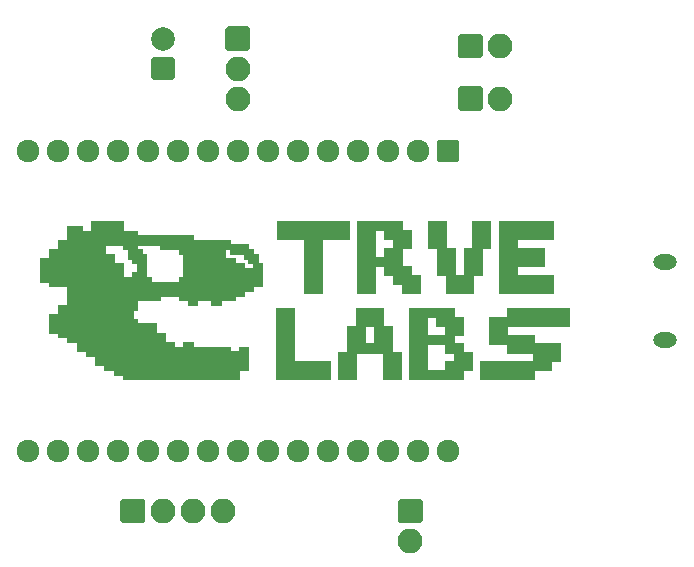
<source format=gbr>
%TF.GenerationSoftware,KiCad,Pcbnew,5.1.10*%
%TF.CreationDate,2021-10-27T21:34:53+02:00*%
%TF.ProjectId,JeanCloud_pcb_regular,4a65616e-436c-46f7-9564-5f7063625f72,rev?*%
%TF.SameCoordinates,Original*%
%TF.FileFunction,Soldermask,Bot*%
%TF.FilePolarity,Negative*%
%FSLAX46Y46*%
G04 Gerber Fmt 4.6, Leading zero omitted, Abs format (unit mm)*
G04 Created by KiCad (PCBNEW 5.1.10) date 2021-10-27 21:34:53*
%MOMM*%
%LPD*%
G01*
G04 APERTURE LIST*
%ADD10C,0.010000*%
%ADD11O,2.000000X1.300000*%
%ADD12O,2.100000X2.100000*%
%ADD13C,1.924000*%
%ADD14C,2.000000*%
G04 APERTURE END LIST*
D10*
%TO.C,G\u002A\u002A\u002A*%
G36*
X91418834Y-46206834D02*
G01*
X88413167Y-46206834D01*
X88413167Y-46926500D01*
X90656834Y-46926500D01*
X90656834Y-48450500D01*
X88413167Y-48450500D01*
X88413167Y-49191334D01*
X91418834Y-49191334D01*
X91418834Y-50715334D01*
X86889167Y-50715334D01*
X86889167Y-44682834D01*
X91418834Y-44682834D01*
X91418834Y-46206834D01*
G37*
X91418834Y-46206834D02*
X88413167Y-46206834D01*
X88413167Y-46926500D01*
X90656834Y-46926500D01*
X90656834Y-48450500D01*
X88413167Y-48450500D01*
X88413167Y-49191334D01*
X91418834Y-49191334D01*
X91418834Y-50715334D01*
X86889167Y-50715334D01*
X86889167Y-44682834D01*
X91418834Y-44682834D01*
X91418834Y-46206834D01*
G36*
X82401834Y-46926500D02*
G01*
X83142667Y-46926500D01*
X83142667Y-49191334D01*
X83883500Y-49191334D01*
X83883500Y-46926500D01*
X84624334Y-46926500D01*
X84624334Y-44682834D01*
X86148334Y-44682834D01*
X86148334Y-46947667D01*
X85407500Y-46947667D01*
X85407500Y-49212500D01*
X84645500Y-49212500D01*
X84645500Y-50715334D01*
X82380667Y-50715334D01*
X82380667Y-49212500D01*
X81618667Y-49212500D01*
X81618667Y-46947667D01*
X80877834Y-46947667D01*
X80877834Y-44682834D01*
X82401834Y-44682834D01*
X82401834Y-46926500D01*
G37*
X82401834Y-46926500D02*
X83142667Y-46926500D01*
X83142667Y-49191334D01*
X83883500Y-49191334D01*
X83883500Y-46926500D01*
X84624334Y-46926500D01*
X84624334Y-44682834D01*
X86148334Y-44682834D01*
X86148334Y-46947667D01*
X85407500Y-46947667D01*
X85407500Y-49212500D01*
X84645500Y-49212500D01*
X84645500Y-50715334D01*
X82380667Y-50715334D01*
X82380667Y-49212500D01*
X81618667Y-49212500D01*
X81618667Y-46947667D01*
X80877834Y-46947667D01*
X80877834Y-44682834D01*
X82401834Y-44682834D01*
X82401834Y-46926500D01*
G36*
X78655334Y-45423667D02*
G01*
X79396167Y-45423667D01*
X79396167Y-46947667D01*
X78655334Y-46947667D01*
X78655334Y-48429334D01*
X79396167Y-48429334D01*
X79396167Y-49191334D01*
X80158167Y-49191334D01*
X80158167Y-50715334D01*
X78634167Y-50715334D01*
X78634167Y-49953334D01*
X77872167Y-49953334D01*
X77872167Y-49212500D01*
X77131334Y-49212500D01*
X77131334Y-48450500D01*
X76390500Y-48450500D01*
X76390500Y-50715334D01*
X74866500Y-50715334D01*
X74866500Y-45444834D01*
X76390500Y-45444834D01*
X76390500Y-47688500D01*
X77131334Y-47688500D01*
X77131334Y-46926500D01*
X77872167Y-46926500D01*
X77872167Y-46206834D01*
X77131334Y-46206834D01*
X77131334Y-45444834D01*
X76390500Y-45444834D01*
X74866500Y-45444834D01*
X74866500Y-44682834D01*
X78655334Y-44682834D01*
X78655334Y-45423667D01*
G37*
X78655334Y-45423667D02*
X79396167Y-45423667D01*
X79396167Y-46947667D01*
X78655334Y-46947667D01*
X78655334Y-48429334D01*
X79396167Y-48429334D01*
X79396167Y-49191334D01*
X80158167Y-49191334D01*
X80158167Y-50715334D01*
X78634167Y-50715334D01*
X78634167Y-49953334D01*
X77872167Y-49953334D01*
X77872167Y-49212500D01*
X77131334Y-49212500D01*
X77131334Y-48450500D01*
X76390500Y-48450500D01*
X76390500Y-50715334D01*
X74866500Y-50715334D01*
X74866500Y-45444834D01*
X76390500Y-45444834D01*
X76390500Y-47688500D01*
X77131334Y-47688500D01*
X77131334Y-46926500D01*
X77872167Y-46926500D01*
X77872167Y-46206834D01*
X77131334Y-46206834D01*
X77131334Y-45444834D01*
X76390500Y-45444834D01*
X74866500Y-45444834D01*
X74866500Y-44682834D01*
X78655334Y-44682834D01*
X78655334Y-45423667D01*
G36*
X74146834Y-46206834D02*
G01*
X71882000Y-46206834D01*
X71882000Y-50715334D01*
X70358000Y-50715334D01*
X70358000Y-46206834D01*
X68114334Y-46206834D01*
X68114334Y-44682834D01*
X74146834Y-44682834D01*
X74146834Y-46206834D01*
G37*
X74146834Y-46206834D02*
X71882000Y-46206834D01*
X71882000Y-50715334D01*
X70358000Y-50715334D01*
X70358000Y-46206834D01*
X68114334Y-46206834D01*
X68114334Y-44682834D01*
X74146834Y-44682834D01*
X74146834Y-46206834D01*
G36*
X92815834Y-53530500D02*
G01*
X87566500Y-53530500D01*
X87566500Y-54271334D01*
X89810167Y-54271334D01*
X89810167Y-55012167D01*
X92075000Y-55012167D01*
X92075000Y-56536167D01*
X91313000Y-56536167D01*
X91313000Y-57298167D01*
X89810167Y-57298167D01*
X89810167Y-58039000D01*
X85301667Y-58039000D01*
X85301667Y-56515000D01*
X89789000Y-56515000D01*
X89789000Y-55795334D01*
X87545334Y-55795334D01*
X87545334Y-55033334D01*
X86042500Y-55033334D01*
X86042500Y-52768500D01*
X87545334Y-52768500D01*
X87545334Y-52006500D01*
X92815834Y-52006500D01*
X92815834Y-53530500D01*
G37*
X92815834Y-53530500D02*
X87566500Y-53530500D01*
X87566500Y-54271334D01*
X89810167Y-54271334D01*
X89810167Y-55012167D01*
X92075000Y-55012167D01*
X92075000Y-56536167D01*
X91313000Y-56536167D01*
X91313000Y-57298167D01*
X89810167Y-57298167D01*
X89810167Y-58039000D01*
X85301667Y-58039000D01*
X85301667Y-56515000D01*
X89789000Y-56515000D01*
X89789000Y-55795334D01*
X87545334Y-55795334D01*
X87545334Y-55033334D01*
X86042500Y-55033334D01*
X86042500Y-52768500D01*
X87545334Y-52768500D01*
X87545334Y-52006500D01*
X92815834Y-52006500D01*
X92815834Y-53530500D01*
G36*
X83058000Y-52768500D02*
G01*
X83820000Y-52768500D01*
X83820000Y-54292500D01*
X83058000Y-54292500D01*
X83058000Y-55012167D01*
X83820000Y-55012167D01*
X83820000Y-55774167D01*
X84560834Y-55774167D01*
X84560834Y-57298167D01*
X83820000Y-57298167D01*
X83820000Y-58039000D01*
X79290334Y-58039000D01*
X79290334Y-55033334D01*
X80814334Y-55033334D01*
X80814334Y-57277000D01*
X82296000Y-57277000D01*
X82296000Y-56515000D01*
X83036834Y-56515000D01*
X83036834Y-55795334D01*
X82296000Y-55795334D01*
X82296000Y-55033334D01*
X80814334Y-55033334D01*
X79290334Y-55033334D01*
X79290334Y-52789667D01*
X80814334Y-52789667D01*
X80814334Y-54271334D01*
X82296000Y-54271334D01*
X82296000Y-53530500D01*
X81534000Y-53530500D01*
X81534000Y-52789667D01*
X80814334Y-52789667D01*
X79290334Y-52789667D01*
X79290334Y-52006500D01*
X83058000Y-52006500D01*
X83058000Y-52768500D01*
G37*
X83058000Y-52768500D02*
X83820000Y-52768500D01*
X83820000Y-54292500D01*
X83058000Y-54292500D01*
X83058000Y-55012167D01*
X83820000Y-55012167D01*
X83820000Y-55774167D01*
X84560834Y-55774167D01*
X84560834Y-57298167D01*
X83820000Y-57298167D01*
X83820000Y-58039000D01*
X79290334Y-58039000D01*
X79290334Y-55033334D01*
X80814334Y-55033334D01*
X80814334Y-57277000D01*
X82296000Y-57277000D01*
X82296000Y-56515000D01*
X83036834Y-56515000D01*
X83036834Y-55795334D01*
X82296000Y-55795334D01*
X82296000Y-55033334D01*
X80814334Y-55033334D01*
X79290334Y-55033334D01*
X79290334Y-52789667D01*
X80814334Y-52789667D01*
X80814334Y-54271334D01*
X82296000Y-54271334D01*
X82296000Y-53530500D01*
X81534000Y-53530500D01*
X81534000Y-52789667D01*
X80814334Y-52789667D01*
X79290334Y-52789667D01*
X79290334Y-52006500D01*
X83058000Y-52006500D01*
X83058000Y-52768500D01*
G36*
X77046667Y-53509334D02*
G01*
X77808667Y-53509334D01*
X77808667Y-55774167D01*
X78549500Y-55774167D01*
X78549500Y-58039000D01*
X77025500Y-58039000D01*
X77025500Y-55795334D01*
X74803000Y-55795334D01*
X74803000Y-58039000D01*
X73279000Y-58039000D01*
X73279000Y-55774167D01*
X74041000Y-55774167D01*
X74041000Y-53530500D01*
X75543834Y-53530500D01*
X75543834Y-55012167D01*
X76284667Y-55012167D01*
X76284667Y-53530500D01*
X75543834Y-53530500D01*
X74041000Y-53530500D01*
X74041000Y-53509334D01*
X74781834Y-53509334D01*
X74781834Y-52006500D01*
X77046667Y-52006500D01*
X77046667Y-53509334D01*
G37*
X77046667Y-53509334D02*
X77808667Y-53509334D01*
X77808667Y-55774167D01*
X78549500Y-55774167D01*
X78549500Y-58039000D01*
X77025500Y-58039000D01*
X77025500Y-55795334D01*
X74803000Y-55795334D01*
X74803000Y-58039000D01*
X73279000Y-58039000D01*
X73279000Y-55774167D01*
X74041000Y-55774167D01*
X74041000Y-53530500D01*
X75543834Y-53530500D01*
X75543834Y-55012167D01*
X76284667Y-55012167D01*
X76284667Y-53530500D01*
X75543834Y-53530500D01*
X74041000Y-53530500D01*
X74041000Y-53509334D01*
X74781834Y-53509334D01*
X74781834Y-52006500D01*
X77046667Y-52006500D01*
X77046667Y-53509334D01*
G36*
X69553667Y-56515000D02*
G01*
X72559334Y-56515000D01*
X72559334Y-58039000D01*
X68029667Y-58039000D01*
X68029667Y-52006500D01*
X69553667Y-52006500D01*
X69553667Y-56515000D01*
G37*
X69553667Y-56515000D02*
X72559334Y-56515000D01*
X72559334Y-58039000D01*
X68029667Y-58039000D01*
X68029667Y-52006500D01*
X69553667Y-52006500D01*
X69553667Y-56515000D01*
G36*
X55054500Y-45466000D02*
G01*
X56239834Y-45466000D01*
X56239834Y-45847000D01*
X60960000Y-45847000D01*
X60960000Y-46249167D01*
X64092667Y-46249167D01*
X64092667Y-46630167D01*
X65659000Y-46630167D01*
X65659000Y-47032334D01*
X66061167Y-47032334D01*
X66061167Y-47434500D01*
X66463334Y-47434500D01*
X66463334Y-48217667D01*
X66844334Y-48217667D01*
X66844334Y-50186167D01*
X66061167Y-50186167D01*
X66061167Y-50588334D01*
X65278000Y-50588334D01*
X65278000Y-50990500D01*
X64494834Y-50990500D01*
X64494834Y-51371500D01*
X63309500Y-51371500D01*
X63309500Y-51773667D01*
X62505167Y-51773667D01*
X62505167Y-51371500D01*
X61341000Y-51371500D01*
X61341000Y-51773667D01*
X60536667Y-51773667D01*
X60536667Y-51371500D01*
X59753500Y-51371500D01*
X59753500Y-50990500D01*
X58208334Y-50990500D01*
X58208334Y-51371500D01*
X56239834Y-51371500D01*
X56239834Y-52154667D01*
X55858834Y-52154667D01*
X55858834Y-52916667D01*
X56239834Y-52916667D01*
X56239834Y-53318834D01*
X57806167Y-53318834D01*
X57806167Y-54102000D01*
X58589334Y-54102000D01*
X58589334Y-54885167D01*
X59393667Y-54885167D01*
X59393667Y-55287334D01*
X60155667Y-55287334D01*
X60155667Y-54885167D01*
X60960000Y-54885167D01*
X60960000Y-55287334D01*
X64092667Y-55287334D01*
X64092667Y-55668334D01*
X64854667Y-55668334D01*
X64854667Y-55287334D01*
X65659000Y-55287334D01*
X65659000Y-57255834D01*
X64875834Y-57255834D01*
X64875834Y-58039000D01*
X55054500Y-58039000D01*
X55054500Y-57658000D01*
X54250167Y-57658000D01*
X54250167Y-57255834D01*
X53467000Y-57255834D01*
X53467000Y-56874834D01*
X52683834Y-56874834D01*
X52683834Y-56091667D01*
X51900667Y-56091667D01*
X51900667Y-55689500D01*
X51117500Y-55689500D01*
X51117500Y-54906334D01*
X50334334Y-54906334D01*
X50334334Y-54504167D01*
X49551167Y-54504167D01*
X49551167Y-54123167D01*
X48768000Y-54123167D01*
X48768000Y-52535667D01*
X49551167Y-52535667D01*
X49551167Y-51752500D01*
X50334334Y-51752500D01*
X50334334Y-50186167D01*
X48768000Y-50186167D01*
X48768000Y-49805167D01*
X47984834Y-49805167D01*
X47984834Y-47815500D01*
X48768000Y-47815500D01*
X48768000Y-47032334D01*
X49551167Y-47032334D01*
X49551167Y-46651334D01*
X53488167Y-46651334D01*
X53488167Y-47434500D01*
X54271334Y-47434500D01*
X54271334Y-48217667D01*
X55054500Y-48217667D01*
X55054500Y-49381834D01*
X55837667Y-49381834D01*
X55837667Y-49000834D01*
X56218667Y-49000834D01*
X56218667Y-48238834D01*
X55837667Y-48238834D01*
X55837667Y-47836667D01*
X55435500Y-47836667D01*
X55435500Y-47053500D01*
X55054500Y-47053500D01*
X55054500Y-46651334D01*
X56239834Y-46651334D01*
X56239834Y-47032334D01*
X56642000Y-47032334D01*
X56642000Y-47434500D01*
X57023000Y-47434500D01*
X57023000Y-49381834D01*
X57425167Y-49381834D01*
X57425167Y-49784000D01*
X59753500Y-49784000D01*
X59753500Y-49381834D01*
X60155667Y-49381834D01*
X60155667Y-47455667D01*
X59753500Y-47455667D01*
X59753500Y-47053500D01*
X63711667Y-47053500D01*
X63711667Y-47815500D01*
X64494834Y-47815500D01*
X64494834Y-48217667D01*
X65278000Y-48217667D01*
X65278000Y-48598667D01*
X66040000Y-48598667D01*
X66040000Y-48238834D01*
X65637834Y-48238834D01*
X65637834Y-47836667D01*
X65256834Y-47836667D01*
X65256834Y-47455667D01*
X64071500Y-47455667D01*
X64071500Y-47053500D01*
X63711667Y-47053500D01*
X59753500Y-47053500D01*
X58187167Y-47053500D01*
X58187167Y-46651334D01*
X56239834Y-46651334D01*
X55054500Y-46651334D01*
X53488167Y-46651334D01*
X49551167Y-46651334D01*
X49551167Y-46249167D01*
X50334334Y-46249167D01*
X50334334Y-45063834D01*
X51540834Y-45063834D01*
X51540834Y-45466000D01*
X52302834Y-45466000D01*
X52302834Y-44682834D01*
X55054500Y-44682834D01*
X55054500Y-45466000D01*
G37*
X55054500Y-45466000D02*
X56239834Y-45466000D01*
X56239834Y-45847000D01*
X60960000Y-45847000D01*
X60960000Y-46249167D01*
X64092667Y-46249167D01*
X64092667Y-46630167D01*
X65659000Y-46630167D01*
X65659000Y-47032334D01*
X66061167Y-47032334D01*
X66061167Y-47434500D01*
X66463334Y-47434500D01*
X66463334Y-48217667D01*
X66844334Y-48217667D01*
X66844334Y-50186167D01*
X66061167Y-50186167D01*
X66061167Y-50588334D01*
X65278000Y-50588334D01*
X65278000Y-50990500D01*
X64494834Y-50990500D01*
X64494834Y-51371500D01*
X63309500Y-51371500D01*
X63309500Y-51773667D01*
X62505167Y-51773667D01*
X62505167Y-51371500D01*
X61341000Y-51371500D01*
X61341000Y-51773667D01*
X60536667Y-51773667D01*
X60536667Y-51371500D01*
X59753500Y-51371500D01*
X59753500Y-50990500D01*
X58208334Y-50990500D01*
X58208334Y-51371500D01*
X56239834Y-51371500D01*
X56239834Y-52154667D01*
X55858834Y-52154667D01*
X55858834Y-52916667D01*
X56239834Y-52916667D01*
X56239834Y-53318834D01*
X57806167Y-53318834D01*
X57806167Y-54102000D01*
X58589334Y-54102000D01*
X58589334Y-54885167D01*
X59393667Y-54885167D01*
X59393667Y-55287334D01*
X60155667Y-55287334D01*
X60155667Y-54885167D01*
X60960000Y-54885167D01*
X60960000Y-55287334D01*
X64092667Y-55287334D01*
X64092667Y-55668334D01*
X64854667Y-55668334D01*
X64854667Y-55287334D01*
X65659000Y-55287334D01*
X65659000Y-57255834D01*
X64875834Y-57255834D01*
X64875834Y-58039000D01*
X55054500Y-58039000D01*
X55054500Y-57658000D01*
X54250167Y-57658000D01*
X54250167Y-57255834D01*
X53467000Y-57255834D01*
X53467000Y-56874834D01*
X52683834Y-56874834D01*
X52683834Y-56091667D01*
X51900667Y-56091667D01*
X51900667Y-55689500D01*
X51117500Y-55689500D01*
X51117500Y-54906334D01*
X50334334Y-54906334D01*
X50334334Y-54504167D01*
X49551167Y-54504167D01*
X49551167Y-54123167D01*
X48768000Y-54123167D01*
X48768000Y-52535667D01*
X49551167Y-52535667D01*
X49551167Y-51752500D01*
X50334334Y-51752500D01*
X50334334Y-50186167D01*
X48768000Y-50186167D01*
X48768000Y-49805167D01*
X47984834Y-49805167D01*
X47984834Y-47815500D01*
X48768000Y-47815500D01*
X48768000Y-47032334D01*
X49551167Y-47032334D01*
X49551167Y-46651334D01*
X53488167Y-46651334D01*
X53488167Y-47434500D01*
X54271334Y-47434500D01*
X54271334Y-48217667D01*
X55054500Y-48217667D01*
X55054500Y-49381834D01*
X55837667Y-49381834D01*
X55837667Y-49000834D01*
X56218667Y-49000834D01*
X56218667Y-48238834D01*
X55837667Y-48238834D01*
X55837667Y-47836667D01*
X55435500Y-47836667D01*
X55435500Y-47053500D01*
X55054500Y-47053500D01*
X55054500Y-46651334D01*
X56239834Y-46651334D01*
X56239834Y-47032334D01*
X56642000Y-47032334D01*
X56642000Y-47434500D01*
X57023000Y-47434500D01*
X57023000Y-49381834D01*
X57425167Y-49381834D01*
X57425167Y-49784000D01*
X59753500Y-49784000D01*
X59753500Y-49381834D01*
X60155667Y-49381834D01*
X60155667Y-47455667D01*
X59753500Y-47455667D01*
X59753500Y-47053500D01*
X63711667Y-47053500D01*
X63711667Y-47815500D01*
X64494834Y-47815500D01*
X64494834Y-48217667D01*
X65278000Y-48217667D01*
X65278000Y-48598667D01*
X66040000Y-48598667D01*
X66040000Y-48238834D01*
X65637834Y-48238834D01*
X65637834Y-47836667D01*
X65256834Y-47836667D01*
X65256834Y-47455667D01*
X64071500Y-47455667D01*
X64071500Y-47053500D01*
X63711667Y-47053500D01*
X59753500Y-47053500D01*
X58187167Y-47053500D01*
X58187167Y-46651334D01*
X56239834Y-46651334D01*
X55054500Y-46651334D01*
X53488167Y-46651334D01*
X49551167Y-46651334D01*
X49551167Y-46249167D01*
X50334334Y-46249167D01*
X50334334Y-45063834D01*
X51540834Y-45063834D01*
X51540834Y-45466000D01*
X52302834Y-45466000D01*
X52302834Y-44682834D01*
X55054500Y-44682834D01*
X55054500Y-45466000D01*
%TD*%
D11*
%TO.C,J1*%
X100965000Y-48135000D03*
X100965000Y-54735000D03*
%TD*%
%TO.C,J2*%
G36*
G01*
X56730000Y-70265000D02*
X55030000Y-70265000D01*
G75*
G02*
X54830000Y-70065000I0J200000D01*
G01*
X54830000Y-68365000D01*
G75*
G02*
X55030000Y-68165000I200000J0D01*
G01*
X56730000Y-68165000D01*
G75*
G02*
X56930000Y-68365000I0J-200000D01*
G01*
X56930000Y-70065000D01*
G75*
G02*
X56730000Y-70265000I-200000J0D01*
G01*
G37*
D12*
X58420000Y-69215000D03*
X60960000Y-69215000D03*
X63500000Y-69215000D03*
%TD*%
%TO.C,J3*%
G36*
G01*
X63720000Y-30060000D02*
X63720000Y-28360000D01*
G75*
G02*
X63920000Y-28160000I200000J0D01*
G01*
X65620000Y-28160000D01*
G75*
G02*
X65820000Y-28360000I0J-200000D01*
G01*
X65820000Y-30060000D01*
G75*
G02*
X65620000Y-30260000I-200000J0D01*
G01*
X63920000Y-30260000D01*
G75*
G02*
X63720000Y-30060000I0J200000D01*
G01*
G37*
X64770000Y-31750000D03*
X64770000Y-34290000D03*
%TD*%
%TO.C,J4*%
G36*
G01*
X78325000Y-70065000D02*
X78325000Y-68365000D01*
G75*
G02*
X78525000Y-68165000I200000J0D01*
G01*
X80225000Y-68165000D01*
G75*
G02*
X80425000Y-68365000I0J-200000D01*
G01*
X80425000Y-70065000D01*
G75*
G02*
X80225000Y-70265000I-200000J0D01*
G01*
X78525000Y-70265000D01*
G75*
G02*
X78325000Y-70065000I0J200000D01*
G01*
G37*
X79375000Y-71755000D03*
%TD*%
%TO.C,J5*%
X86995000Y-29845000D03*
G36*
G01*
X85305000Y-30895000D02*
X83605000Y-30895000D01*
G75*
G02*
X83405000Y-30695000I0J200000D01*
G01*
X83405000Y-28995000D01*
G75*
G02*
X83605000Y-28795000I200000J0D01*
G01*
X85305000Y-28795000D01*
G75*
G02*
X85505000Y-28995000I0J-200000D01*
G01*
X85505000Y-30695000D01*
G75*
G02*
X85305000Y-30895000I-200000J0D01*
G01*
G37*
%TD*%
%TO.C,J6*%
G36*
G01*
X85305000Y-35340000D02*
X83605000Y-35340000D01*
G75*
G02*
X83405000Y-35140000I0J200000D01*
G01*
X83405000Y-33440000D01*
G75*
G02*
X83605000Y-33240000I200000J0D01*
G01*
X85305000Y-33240000D01*
G75*
G02*
X85505000Y-33440000I0J-200000D01*
G01*
X85505000Y-35140000D01*
G75*
G02*
X85305000Y-35340000I-200000J0D01*
G01*
G37*
X86995000Y-34290000D03*
%TD*%
%TO.C,U1*%
G36*
G01*
X81788000Y-37773000D02*
X83312000Y-37773000D01*
G75*
G02*
X83512000Y-37973000I0J-200000D01*
G01*
X83512000Y-39497000D01*
G75*
G02*
X83312000Y-39697000I-200000J0D01*
G01*
X81788000Y-39697000D01*
G75*
G02*
X81588000Y-39497000I0J200000D01*
G01*
X81588000Y-37973000D01*
G75*
G02*
X81788000Y-37773000I200000J0D01*
G01*
G37*
D13*
X80010000Y-38735000D03*
X77470000Y-38735000D03*
X74930000Y-38735000D03*
X72390000Y-38735000D03*
X69850000Y-38735000D03*
X67310000Y-38735000D03*
X64770000Y-38735000D03*
X62230000Y-38735000D03*
X59690000Y-38735000D03*
X57150000Y-38735000D03*
X54610000Y-38735000D03*
X52070000Y-38735000D03*
X49530000Y-38735000D03*
X46990000Y-38735000D03*
X46990000Y-64135000D03*
X49530000Y-64135000D03*
X52070000Y-64135000D03*
X54610000Y-64135000D03*
X57150000Y-64135000D03*
X59690000Y-64135000D03*
X62230000Y-64135000D03*
X64770000Y-64135000D03*
X67310000Y-64135000D03*
X69850000Y-64135000D03*
X72390000Y-64135000D03*
X74930000Y-64135000D03*
X77470000Y-64135000D03*
X80010000Y-64135000D03*
X82550000Y-64135000D03*
%TD*%
%TO.C,C1*%
G36*
G01*
X59220000Y-32750000D02*
X57620000Y-32750000D01*
G75*
G02*
X57420000Y-32550000I0J200000D01*
G01*
X57420000Y-30950000D01*
G75*
G02*
X57620000Y-30750000I200000J0D01*
G01*
X59220000Y-30750000D01*
G75*
G02*
X59420000Y-30950000I0J-200000D01*
G01*
X59420000Y-32550000D01*
G75*
G02*
X59220000Y-32750000I-200000J0D01*
G01*
G37*
D14*
X58420000Y-29250000D03*
%TD*%
M02*

</source>
